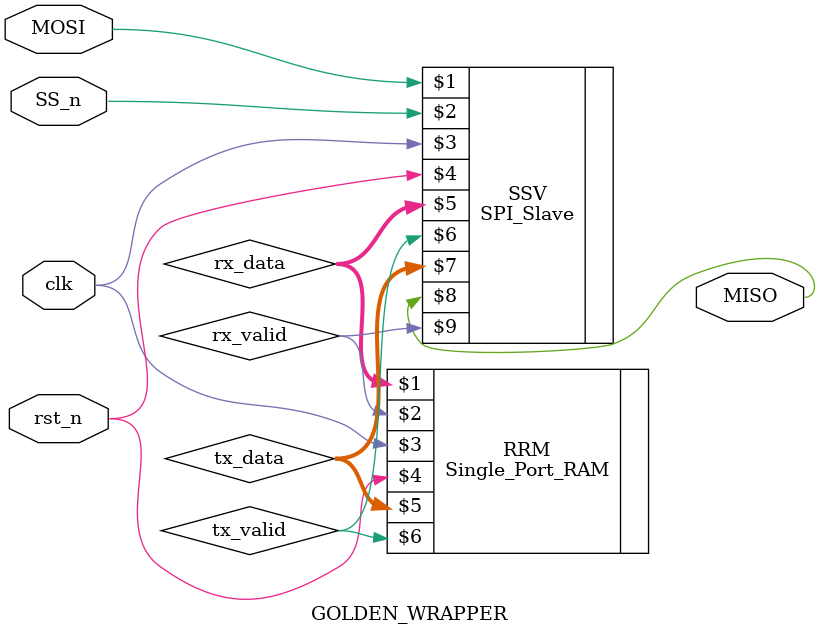
<source format=sv>
module GOLDEN_WRAPPER (MOSI,MISO,SS_n,clk,rst_n);
input  MOSI, SS_n, clk, rst_n;
output MISO;
wire [9:0] rx_data;
wire       rx_valid;
wire       tx_valid;
wire [7:0] tx_data;

Single_Port_RAM RRM(rx_data,rx_valid,clk,rst_n,tx_data,tx_valid);
SPI_Slave SSV(MOSI,SS_n,clk,rst_n,rx_data,tx_valid,tx_data,MISO,rx_valid);
endmodule
</source>
